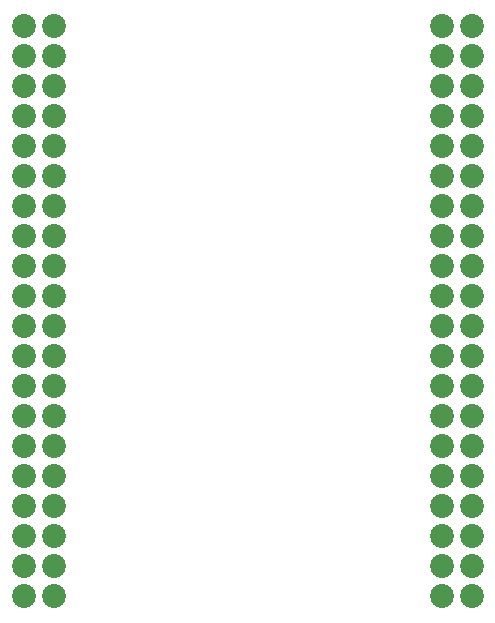
<source format=gts>
%FSLAX25Y25*%
%MOIN*%
G70*
G01*
G75*
G04 Layer_Color=8388736*
%ADD10C,0.02362*%
%ADD11C,0.01000*%
%ADD12C,0.00787*%
%ADD13C,0.00039*%
%ADD14C,0.07874*%
%ADD15C,0.02165*%
%ADD16R,0.03937X0.01378*%
%ADD17R,0.04724X0.05315*%
%ADD18R,0.08900X0.03500*%
%ADD19C,0.00591*%
%ADD20C,0.01181*%
%ADD21C,0.00394*%
%ADD22C,0.07953*%
D22*
X145400Y197000D02*
D03*
Y187000D02*
D03*
Y177000D02*
D03*
Y167000D02*
D03*
Y157000D02*
D03*
Y147000D02*
D03*
Y137000D02*
D03*
Y127000D02*
D03*
Y117000D02*
D03*
Y107000D02*
D03*
Y97000D02*
D03*
Y87000D02*
D03*
Y77000D02*
D03*
Y67000D02*
D03*
Y57000D02*
D03*
Y47000D02*
D03*
Y37000D02*
D03*
Y27000D02*
D03*
Y17000D02*
D03*
Y7000D02*
D03*
X155400D02*
D03*
Y17000D02*
D03*
Y27000D02*
D03*
Y37000D02*
D03*
Y47000D02*
D03*
Y57000D02*
D03*
Y67000D02*
D03*
Y77000D02*
D03*
Y87000D02*
D03*
Y97000D02*
D03*
Y107000D02*
D03*
Y117000D02*
D03*
Y127000D02*
D03*
Y137000D02*
D03*
Y147000D02*
D03*
Y157000D02*
D03*
Y167000D02*
D03*
Y177000D02*
D03*
Y187000D02*
D03*
Y197000D02*
D03*
X6000D02*
D03*
Y187000D02*
D03*
Y177000D02*
D03*
Y167000D02*
D03*
Y157000D02*
D03*
Y147000D02*
D03*
Y137000D02*
D03*
Y127000D02*
D03*
Y117000D02*
D03*
Y107000D02*
D03*
Y97000D02*
D03*
Y87000D02*
D03*
Y77000D02*
D03*
Y67000D02*
D03*
Y57000D02*
D03*
Y47000D02*
D03*
Y37000D02*
D03*
Y27000D02*
D03*
Y17000D02*
D03*
Y7000D02*
D03*
X16000D02*
D03*
Y17000D02*
D03*
Y27000D02*
D03*
Y37000D02*
D03*
Y47000D02*
D03*
Y57000D02*
D03*
Y67000D02*
D03*
Y77000D02*
D03*
Y87000D02*
D03*
Y97000D02*
D03*
Y107000D02*
D03*
Y117000D02*
D03*
Y127000D02*
D03*
Y137000D02*
D03*
Y147000D02*
D03*
Y157000D02*
D03*
Y167000D02*
D03*
Y177000D02*
D03*
Y187000D02*
D03*
Y197000D02*
D03*
M02*

</source>
